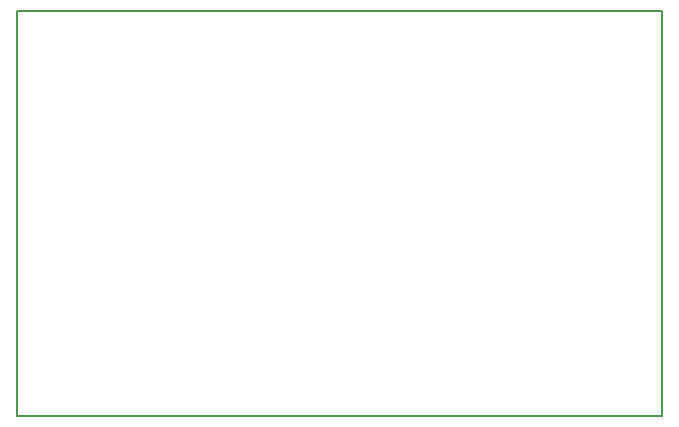
<source format=gm1>
G04 #@! TF.FileFunction,Profile,NP*
%FSLAX46Y46*%
G04 Gerber Fmt 4.6, Leading zero omitted, Abs format (unit mm)*
G04 Created by KiCad (PCBNEW 4.0.1-2.fc23-product) date Thu 03 Mar 2016 02:56:58 PM EST*
%MOMM*%
G01*
G04 APERTURE LIST*
%ADD10C,0.100000*%
%ADD11C,0.150000*%
G04 APERTURE END LIST*
D10*
D11*
X182880000Y-87630000D02*
X182880000Y-88900000D01*
X128270000Y-87630000D02*
X128270000Y-88900000D01*
X182880000Y-87630000D02*
X128270000Y-87630000D01*
X182880000Y-121920000D02*
X182880000Y-88900000D01*
X128270000Y-121920000D02*
X182880000Y-121920000D01*
X128270000Y-88900000D02*
X128270000Y-121920000D01*
M02*

</source>
